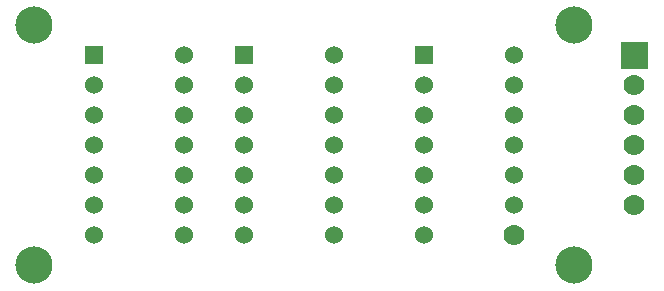
<source format=gbr>
G04 start of page 4 for group 2 idx 2 *
G04 Title: (unknown), signal2 *
G04 Creator: pcb 20140316 *
G04 CreationDate: Sun 25 Jul 2021 09:28:08 PM GMT UTC *
G04 For: steve *
G04 Format: Gerber/RS-274X *
G04 PCB-Dimensions (mil): 2200.00 1000.00 *
G04 PCB-Coordinate-Origin: lower left *
%MOIN*%
%FSLAX25Y25*%
%LNGROUP2*%
%ADD32C,0.0380*%
%ADD31C,0.0280*%
%ADD30C,0.0934*%
%ADD29C,0.1240*%
%ADD28C,0.0700*%
%ADD27C,0.0600*%
%ADD26C,0.0001*%
G54D26*G36*
X27000Y83000D02*Y77000D01*
X33000D01*
Y83000D01*
X27000D01*
G37*
G54D27*X60000Y80000D03*
G54D26*G36*
X77000Y83000D02*Y77000D01*
X83000D01*
Y83000D01*
X77000D01*
G37*
G54D27*X110000Y80000D03*
G54D26*G36*
X137000Y83000D02*Y77000D01*
X143000D01*
Y83000D01*
X137000D01*
G37*
G54D27*X30000Y70000D03*
X60000D03*
X80000D03*
X110000D03*
X140000D03*
X30000Y60000D03*
X60000D03*
X80000D03*
X110000D03*
X140000D03*
X170000D03*
Y70000D03*
Y80000D03*
G54D26*G36*
X205500Y84500D02*Y75500D01*
X214500D01*
Y84500D01*
X205500D01*
G37*
G54D28*X210000Y70000D03*
Y60000D03*
Y50000D03*
Y40000D03*
Y30000D03*
G54D27*X140000Y40000D03*
Y30000D03*
X170000D03*
Y40000D03*
X140000Y50000D03*
Y20000D03*
G54D28*X170000D03*
G54D27*Y50000D03*
X30000D03*
Y40000D03*
Y30000D03*
Y20000D03*
X60000D03*
Y30000D03*
Y40000D03*
Y50000D03*
X80000D03*
Y40000D03*
Y30000D03*
Y20000D03*
X110000D03*
Y30000D03*
Y40000D03*
Y50000D03*
G54D29*X190000Y10000D03*
Y90000D03*
X10000D03*
Y10000D03*
G54D30*G54D31*G54D32*G54D31*M02*

</source>
